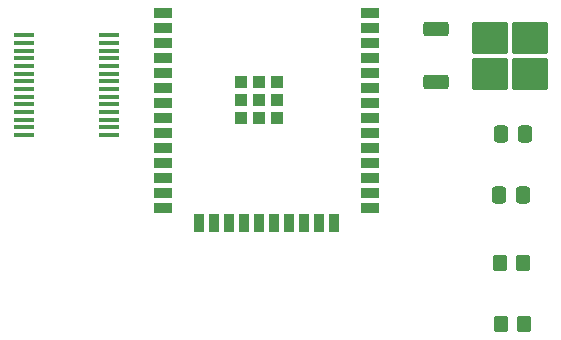
<source format=gbr>
%TF.GenerationSoftware,KiCad,Pcbnew,7.0.10*%
%TF.CreationDate,2024-03-05T16:05:14-06:00*%
%TF.ProjectId,smart_helmet,736d6172-745f-4686-956c-6d65742e6b69,rev?*%
%TF.SameCoordinates,Original*%
%TF.FileFunction,Paste,Top*%
%TF.FilePolarity,Positive*%
%FSLAX46Y46*%
G04 Gerber Fmt 4.6, Leading zero omitted, Abs format (unit mm)*
G04 Created by KiCad (PCBNEW 7.0.10) date 2024-03-05 16:05:14*
%MOMM*%
%LPD*%
G01*
G04 APERTURE LIST*
G04 Aperture macros list*
%AMRoundRect*
0 Rectangle with rounded corners*
0 $1 Rounding radius*
0 $2 $3 $4 $5 $6 $7 $8 $9 X,Y pos of 4 corners*
0 Add a 4 corners polygon primitive as box body*
4,1,4,$2,$3,$4,$5,$6,$7,$8,$9,$2,$3,0*
0 Add four circle primitives for the rounded corners*
1,1,$1+$1,$2,$3*
1,1,$1+$1,$4,$5*
1,1,$1+$1,$6,$7*
1,1,$1+$1,$8,$9*
0 Add four rect primitives between the rounded corners*
20,1,$1+$1,$2,$3,$4,$5,0*
20,1,$1+$1,$4,$5,$6,$7,0*
20,1,$1+$1,$6,$7,$8,$9,0*
20,1,$1+$1,$8,$9,$2,$3,0*%
G04 Aperture macros list end*
%ADD10R,1.050000X1.050000*%
%ADD11R,1.500000X0.900000*%
%ADD12R,0.900000X1.500000*%
%ADD13RoundRect,0.250000X-1.275000X-1.125000X1.275000X-1.125000X1.275000X1.125000X-1.275000X1.125000X0*%
%ADD14RoundRect,0.250000X-0.850000X-0.350000X0.850000X-0.350000X0.850000X0.350000X-0.850000X0.350000X0*%
%ADD15R,1.750000X0.450000*%
%ADD16RoundRect,0.250000X-0.350000X-0.450000X0.350000X-0.450000X0.350000X0.450000X-0.350000X0.450000X0*%
%ADD17RoundRect,0.250000X-0.337500X-0.475000X0.337500X-0.475000X0.337500X0.475000X-0.337500X0.475000X0*%
G04 APERTURE END LIST*
D10*
%TO.C,U5*%
X151490000Y-88905000D03*
X151490000Y-87380000D03*
X153015000Y-87380000D03*
X149965000Y-90430000D03*
X149965000Y-88905000D03*
X153015000Y-88905000D03*
X151490000Y-90430000D03*
X153015000Y-90430000D03*
X149965000Y-87380000D03*
D11*
X160920000Y-81565000D03*
X160920000Y-82835000D03*
X160920000Y-84105000D03*
X160920000Y-85375000D03*
X160920000Y-86645000D03*
X160920000Y-87915000D03*
X160920000Y-89185000D03*
X160920000Y-90455000D03*
X160920000Y-91725000D03*
X160920000Y-92995000D03*
X160920000Y-94265000D03*
X160920000Y-95535000D03*
X160920000Y-96805000D03*
X160920000Y-98075000D03*
D12*
X157890000Y-99325000D03*
X156620000Y-99325000D03*
X155350000Y-99325000D03*
X154080000Y-99325000D03*
X152810000Y-99325000D03*
X151540000Y-99325000D03*
X150270000Y-99325000D03*
X149000000Y-99325000D03*
X147730000Y-99325000D03*
X146460000Y-99325000D03*
D11*
X143420000Y-98075000D03*
X143420000Y-96805000D03*
X143420000Y-95535000D03*
X143420000Y-94265000D03*
X143420000Y-92995000D03*
X143420000Y-91725000D03*
X143420000Y-90455000D03*
X143420000Y-89185000D03*
X143420000Y-87915000D03*
X143420000Y-86645000D03*
X143420000Y-85375000D03*
X143420000Y-84105000D03*
X143420000Y-82835000D03*
X143420000Y-81565000D03*
%TD*%
D13*
%TO.C,U4*%
X171109739Y-86666577D03*
X174459739Y-83616577D03*
X171109739Y-83616577D03*
X174459739Y-86666577D03*
D14*
X166484739Y-87421577D03*
X166484739Y-82861577D03*
%TD*%
D15*
%TO.C,U1*%
X138796554Y-83432878D03*
X138796554Y-84082878D03*
X138796554Y-84732878D03*
X138796554Y-85382878D03*
X138796554Y-86032878D03*
X138796554Y-86682878D03*
X138796554Y-87332878D03*
X138796554Y-87982878D03*
X138796554Y-88632878D03*
X138796554Y-89282878D03*
X138796554Y-89932878D03*
X138796554Y-90582878D03*
X138796554Y-91232878D03*
X138796554Y-91882878D03*
X131596554Y-91882878D03*
X131596554Y-91232878D03*
X131596554Y-90582878D03*
X131596554Y-89932878D03*
X131596554Y-89282878D03*
X131596554Y-88632878D03*
X131596554Y-87982878D03*
X131596554Y-87332878D03*
X131596554Y-86682878D03*
X131596554Y-86032878D03*
X131596554Y-85382878D03*
X131596554Y-84732878D03*
X131596554Y-84082878D03*
X131596554Y-83432878D03*
%TD*%
D16*
%TO.C,R2*%
X171895499Y-102679680D03*
X173895499Y-102679680D03*
%TD*%
%TO.C,R1*%
X171996719Y-107841900D03*
X173996719Y-107841900D03*
%TD*%
D17*
%TO.C,C2*%
X171828019Y-96977619D03*
X173903019Y-96977619D03*
%TD*%
%TO.C,C1*%
X174071719Y-91815398D03*
X171996719Y-91815398D03*
%TD*%
M02*

</source>
